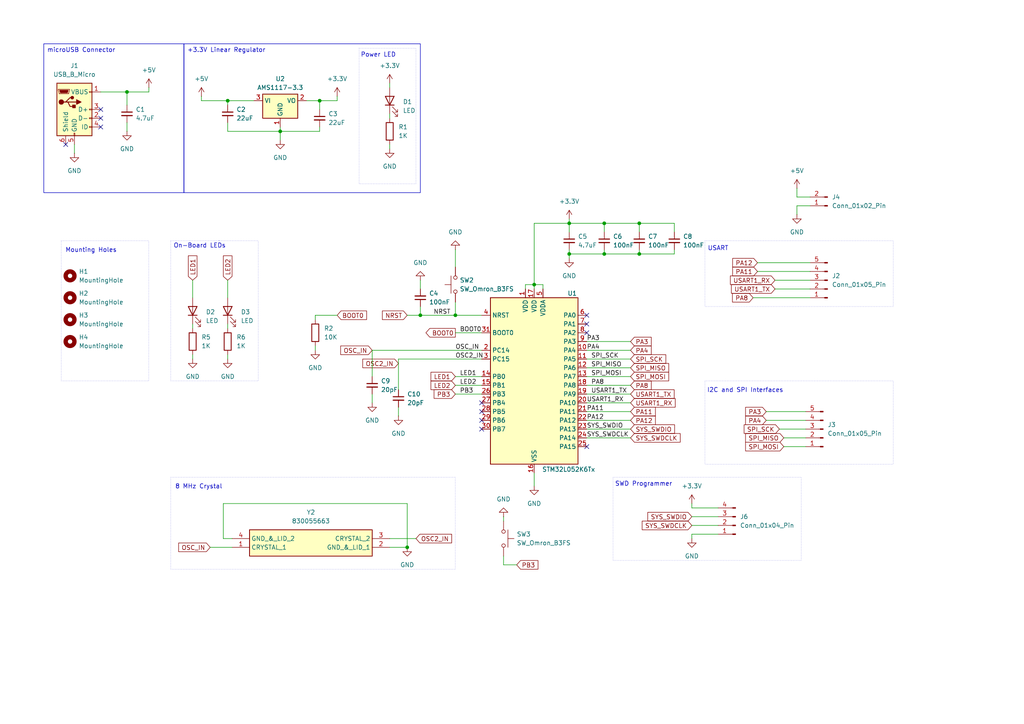
<source format=kicad_sch>
(kicad_sch (version 20231120) (generator "eeschema") (generator_version "8.0")
  (paper "A4")
  (lib_symbols
    (symbol "830055663:830055663"
      (property "Reference" "Y" (at 41.91 7.62 0))
      (property "Value" "830055663" (at 41.91 5.08 0))
      (symbol "830055663_1_1"
        (rectangle (start 5.08 2.54) (end 40.64 -5.08) (stroke (width 0.254)) (fill (type background)))
        (pin passive line (at 0 -2.54 0) (length 5.08) (name "CRYSTAL_1") (number "1"))
        (pin passive line (at 45.72 -2.54 180) (length 5.08) (name "GND_&_LID_1") (number "2"))
        (pin passive line (at 45.72 0 180) (length 5.08) (name "CRYSTAL_2") (number "3"))
        (pin passive line (at 0 0 0) (length 5.08) (name "GND_&_LID_2") (number "4"))
      )
    )
    (symbol "Connector:Conn_01x02_Pin" (pin_names (offset 1.016) hide)
      (property "Reference" "J" (at 0 2.54 0))
      (property "Value" "Conn_01x02_Pin" (at 0 -5.08 0))
      (symbol "Conn_01x02_Pin_1_1"
        (polyline (pts (xy 1.27 -2.54) (xy 0.8636 -2.54)) (stroke (width 0.1524)))
        (polyline (pts (xy 1.27 0) (xy 0.8636 0)) (stroke (width 0.1524)))
        (rectangle (start 0.8636 -2.413) (end 0 -2.667) (stroke (width 0.1524)) (fill (type outline)))
        (rectangle (start 0.8636 0.127) (end 0 -0.127) (stroke (width 0.1524)) (fill (type outline)))
        (pin passive line (at 5.08 0 180) (length 3.81) (name "Pin_1") (number "1"))
        (pin passive line (at 5.08 -2.54 180) (length 3.81) (name "Pin_2") (number "2"))
      )
    )
    (symbol "Connector:Conn_01x04_Pin" (pin_names (offset 1.016) hide)
      (property "Reference" "J" (at 0 5.08 0))
      (property "Value" "Conn_01x04_Pin" (at 0 -7.62 0))
      (symbol "Conn_01x04_Pin_1_1"
        (polyline (pts (xy 1.27 -5.08) (xy 0.8636 -5.08)) (stroke (width 0.1524)))
        (polyline (pts (xy 1.27 -2.54) (xy 0.8636 -2.54)) (stroke (width 0.1524)))
        (polyline (pts (xy 1.27 0) (xy 0.8636 0)) (stroke (width 0.1524)))
        (polyline (pts (xy 1.27 2.54) (xy 0.8636 2.54)) (stroke (width 0.1524)))
        (rectangle (start 0.8636 -4.953) (end 0 -5.207) (stroke (width 0.1524)) (fill (type outline)))
        (rectangle (start 0.8636 -2.413) (end 0 -2.667) (stroke (width 0.1524)) (fill (type outline)))
        (rectangle (start 0.8636 0.127) (end 0 -0.127) (stroke (width 0.1524)) (fill (type outline)))
        (rectangle (start 0.8636 2.667) (end 0 2.413) (stroke (width 0.1524)) (fill (type outline)))
        (pin passive line (at 5.08 2.54 180) (length 3.81) (name "Pin_1") (number "1"))
        (pin passive line (at 5.08 0 180) (length 3.81) (name "Pin_2") (number "2"))
        (pin passive line (at 5.08 -2.54 180) (length 3.81) (name "Pin_3") (number "3"))
        (pin passive line (at 5.08 -5.08 180) (length 3.81) (name "Pin_4") (number "4"))
      )
    )
    (symbol "Connector:Conn_01x05_Pin" (pin_names (offset 1.016) hide)
      (property "Reference" "J" (at 0 7.62 0))
      (property "Value" "Conn_01x05_Pin" (at 0 -7.62 0))
      (symbol "Conn_01x05_Pin_1_1"
        (polyline (pts (xy 1.27 -5.08) (xy 0.8636 -5.08)) (stroke (width 0.1524)))
        (polyline (pts (xy 1.27 -2.54) (xy 0.8636 -2.54)) (stroke (width 0.1524)))
        (polyline (pts (xy 1.27 0) (xy 0.8636 0)) (stroke (width 0.1524)))
        (polyline (pts (xy 1.27 2.54) (xy 0.8636 2.54)) (stroke (width 0.1524)))
        (polyline (pts (xy 1.27 5.08) (xy 0.8636 5.08)) (stroke (width 0.1524)))
        (rectangle (start 0.8636 -4.953) (end 0 -5.207) (stroke (width 0.1524)) (fill (type outline)))
        (rectangle (start 0.8636 -2.413) (end 0 -2.667) (stroke (width 0.1524)) (fill (type outline)))
        (rectangle (start 0.8636 0.127) (end 0 -0.127) (stroke (width 0.1524)) (fill (type outline)))
        (rectangle (start 0.8636 2.667) (end 0 2.413) (stroke (width 0.1524)) (fill (type outline)))
        (rectangle (start 0.8636 5.207) (end 0 4.953) (stroke (width 0.1524)) (fill (type outline)))
        (pin passive line (at 5.08 5.08 180) (length 3.81) (name "Pin_1") (number "1"))
        (pin passive line (at 5.08 2.54 180) (length 3.81) (name "Pin_2") (number "2"))
        (pin passive line (at 5.08 0 180) (length 3.81) (name "Pin_3") (number "3"))
        (pin passive line (at 5.08 -2.54 180) (length 3.81) (name "Pin_4") (number "4"))
        (pin passive line (at 5.08 -5.08 180) (length 3.81) (name "Pin_5") (number "5"))
      )
    )
    (symbol "Connector:USB_B_Micro" (pin_names (offset 1.016))
      (property "Reference" "J" (at -5.08 11.43 0))
      (property "Value" "USB_B_Micro" (at -5.08 8.89 0))
      (symbol "USB_B_Micro_0_1"
        (rectangle (start -5.08 -7.62) (end 5.08 7.62) (stroke (width 0.254)) (fill (type background)))
        (circle (center -3.81 2.159) (radius 0.635) (stroke (width 0.254)) (fill (type outline)))
        (circle (center -0.635 3.429) (radius 0.381) (stroke (width 0.254)) (fill (type outline)))
        (rectangle (start -0.127 -7.62) (end 0.127 -6.858))
        (polyline (pts (xy -1.905 2.159) (xy 0.635 2.159)) (stroke (width 0.254)))
        (polyline (pts (xy -3.175 2.159) (xy -2.54 2.159) (xy -1.27 3.429) (xy -0.635 3.429)) (stroke (width 0.254)))
        (polyline (pts (xy -2.54 2.159) (xy -1.905 2.159) (xy -1.27 0.889) (xy 0 0.889)) (stroke (width 0.254)))
        (polyline (pts (xy 0.635 2.794) (xy 0.635 1.524) (xy 1.905 2.159) (xy 0.635 2.794)) (stroke (width 0.254)) (fill (type outline)))
        (polyline (pts (xy -4.318 5.588) (xy -1.778 5.588) (xy -2.032 4.826) (xy -4.064 4.826) (xy -4.318 5.588)) (fill (type outline)))
        (polyline (pts (xy -4.699 5.842) (xy -4.699 5.588) (xy -4.445 4.826) (xy -4.445 4.572) (xy -1.651 4.572) (xy -1.651 4.826) (xy -1.397 5.588) (xy -1.397 5.842) (xy -4.699 5.842)))
        (rectangle (start 0.254 1.27) (end -0.508 0.508) (stroke (width 0.254)) (fill (type outline)))
        (rectangle (start 5.08 -5.207) (end 4.318 -4.953))
        (rectangle (start 5.08 -2.667) (end 4.318 -2.413))
        (rectangle (start 5.08 -0.127) (end 4.318 0.127))
        (rectangle (start 5.08 4.953) (end 4.318 5.207))
      )
      (symbol "USB_B_Micro_1_1"
        (pin power_out line (at 7.62 5.08 180) (length 2.54) (name "VBUS") (number "1"))
        (pin bidirectional line (at 7.62 -2.54 180) (length 2.54) (name "D-") (number "2"))
        (pin bidirectional line (at 7.62 0 180) (length 2.54) (name "D+") (number "3"))
        (pin passive line (at 7.62 -5.08 180) (length 2.54) (name "ID") (number "4"))
        (pin power_out line (at 0 -10.16 90) (length 2.54) (name "GND") (number "5"))
        (pin passive line (at -2.54 -10.16 90) (length 2.54) (name "Shield") (number "6"))
      )
    )
    (symbol "Device:C_Small" (pin_numbers hide) (pin_names (offset 0.254) hide)
      (property "Reference" "C" (at 0.254 1.778 0))
      (property "Value" "C_Small" (at 0.254 -2.032 0))
      (symbol "C_Small_0_1"
        (polyline (pts (xy -1.524 -0.508) (xy 1.524 -0.508)) (stroke (width 0.3302)))
        (polyline (pts (xy -1.524 0.508) (xy 1.524 0.508)) (stroke (width 0.3048)))
      )
      (symbol "C_Small_1_1"
        (pin passive line (at 0 2.54 270) (length 2.032) (name "~") (number "1"))
        (pin passive line (at 0 -2.54 90) (length 2.032) (name "~") (number "2"))
      )
    )
    (symbol "Device:LED" (pin_numbers hide) (pin_names (offset 1.016) hide)
      (property "Reference" "D" (at 0 2.54 0))
      (property "Value" "LED" (at 0 -2.54 0))
      (symbol "LED_0_1"
        (polyline (pts (xy -1.27 -1.27) (xy -1.27 1.27)) (stroke (width 0.254)))
        (polyline (pts (xy -1.27 0) (xy 1.27 0)))
        (polyline (pts (xy 1.27 -1.27) (xy 1.27 1.27) (xy -1.27 0) (xy 1.27 -1.27)) (stroke (width 0.254)))
        (polyline (pts (xy -3.048 -0.762) (xy -4.572 -2.286) (xy -3.81 -2.286) (xy -4.572 -2.286) (xy -4.572 -1.524)))
        (polyline (pts (xy -1.778 -0.762) (xy -3.302 -2.286) (xy -2.54 -2.286) (xy -3.302 -2.286) (xy -3.302 -1.524)))
      )
      (symbol "LED_1_1"
        (pin passive line (at -3.81 0 0) (length 2.54) (name "K") (number "1"))
        (pin passive line (at 3.81 0 180) (length 2.54) (name "A") (number "2"))
      )
    )
    (symbol "Device:R" (pin_numbers hide) (pin_names (offset 0))
      (property "Reference" "R" (at 2.032 0 90))
      (property "Value" "R" (at 0 0 90))
      (symbol "R_0_1"
        (rectangle (start -1.016 -2.54) (end 1.016 2.54) (stroke (width 0.254)))
      )
      (symbol "R_1_1"
        (pin passive line (at 0 3.81 270) (length 1.27) (name "~") (number "1"))
        (pin passive line (at 0 -3.81 90) (length 1.27) (name "~") (number "2"))
      )
    )
    (symbol "MCU_ST_STM32L0:STM32L052K6Tx"
      (property "Reference" "U" (at -12.7 26.67 0))
      (property "Value" "STM32L052K6Tx" (at 5.08 26.67 0))
      (symbol "STM32L052K6Tx_0_1"
        (rectangle (start -12.7 -22.86) (end 12.7 25.4) (stroke (width 0.254)) (fill (type background)))
      )
      (symbol "STM32L052K6Tx_1_1"
        (pin power_in line (at -2.54 27.94 270) (length 2.54) (name "VDD") (number "1"))
        (pin bidirectional line (at 15.24 10.16 180) (length 2.54) (name "PA4") (number "10"))
        (pin bidirectional line (at 15.24 7.62 180) (length 2.54) (name "PA5") (number "11"))
        (pin bidirectional line (at 15.24 5.08 180) (length 2.54) (name "PA6") (number "12"))
        (pin bidirectional line (at 15.24 2.54 180) (length 2.54) (name "PA7") (number "13"))
        (pin bidirectional line (at -15.24 2.54 0) (length 2.54) (name "PB0") (number "14"))
        (pin bidirectional line (at -15.24 0 0) (length 2.54) (name "PB1") (number "15"))
        (pin power_in line (at 0 -25.4 90) (length 2.54) (name "VSS") (number "16"))
        (pin power_in line (at 0 27.94 270) (length 2.54) (name "VDD") (number "17"))
        (pin bidirectional line (at 15.24 0 180) (length 2.54) (name "PA8") (number "18"))
        (pin bidirectional line (at 15.24 -2.54 180) (length 2.54) (name "PA9") (number "19"))
        (pin bidirectional line (at -15.24 10.16 0) (length 2.54) (name "PC14") (number "2"))
        (pin bidirectional line (at 15.24 -5.08 180) (length 2.54) (name "PA10") (number "20"))
        (pin bidirectional line (at 15.24 -7.62 180) (length 2.54) (name "PA11") (number "21"))
        (pin bidirectional line (at 15.24 -10.16 180) (length 2.54) (name "PA12") (number "22"))
        (pin bidirectional line (at 15.24 -12.7 180) (length 2.54) (name "PA13") (number "23"))
        (pin bidirectional line (at 15.24 -15.24 180) (length 2.54) (name "PA14") (number "24"))
        (pin bidirectional line (at 15.24 -17.78 180) (length 2.54) (name "PA15") (number "25"))
        (pin bidirectional line (at -15.24 -2.54 0) (length 2.54) (name "PB3") (number "26"))
        (pin bidirectional line (at -15.24 -5.08 0) (length 2.54) (name "PB4") (number "27"))
        (pin bidirectional line (at -15.24 -7.62 0) (length 2.54) (name "PB5") (number "28"))
        (pin bidirectional line (at -15.24 -10.16 0) (length 2.54) (name "PB6") (number "29"))
        (pin bidirectional line (at -15.24 7.62 0) (length 2.54) (name "PC15") (number "3"))
        (pin bidirectional line (at -15.24 -12.7 0) (length 2.54) (name "PB7") (number "30"))
        (pin input line (at -15.24 15.24 0) (length 2.54) (name "BOOT0") (number "31"))
        (pin passive line (at 0 -25.4 90) (length 2.54) hide (name "VSS") (number "32"))
        (pin input line (at -15.24 20.32 0) (length 2.54) (name "NRST") (number "4"))
        (pin power_in line (at 2.54 27.94 270) (length 2.54) (name "VDDA") (number "5"))
        (pin bidirectional line (at 15.24 20.32 180) (length 2.54) (name "PA0") (number "6"))
        (pin bidirectional line (at 15.24 17.78 180) (length 2.54) (name "PA1") (number "7"))
        (pin bidirectional line (at 15.24 15.24 180) (length 2.54) (name "PA2") (number "8"))
        (pin bidirectional line (at 15.24 12.7 180) (length 2.54) (name "PA3") (number "9"))
      )
    )
    (symbol "Mechanical:MountingHole" (pin_names (offset 1.016)) (exclude_from_sim yes) (in_bom no)
      (property "Reference" "H" (at 0 5.08 0))
      (property "Value" "MountingHole" (at 0 3.175 0))
      (symbol "MountingHole_0_1"
        (circle (center 0 0) (radius 1.27) (stroke (width 1.27)))
      )
    )
    (symbol "Regulator_Linear:AMS1117-3.3"
      (property "Reference" "U" (at -3.81 3.175 0))
      (property "Value" "AMS1117-3.3" (at 0 3.175 0))
      (symbol "AMS1117-3.3_0_1"
        (rectangle (start -5.08 -5.08) (end 5.08 1.905) (stroke (width 0.254)) (fill (type background)))
      )
      (symbol "AMS1117-3.3_1_1"
        (pin power_in line (at 0 -7.62 90) (length 2.54) (name "GND") (number "1"))
        (pin power_out line (at 7.62 0 180) (length 2.54) (name "VO") (number "2"))
        (pin power_in line (at -7.62 0 0) (length 2.54) (name "VI") (number "3"))
      )
    )
    (symbol "Switch:SW_Omron_B3FS" (pin_numbers hide) (pin_names (offset 1.016) hide)
      (property "Reference" "SW" (at 1.27 2.54 0))
      (property "Value" "SW_Omron_B3FS" (at 0 -1.524 0))
      (symbol "SW_Omron_B3FS_0_1"
        (circle (center -2.032 0) (radius 0.508))
        (polyline (pts (xy 0 1.27) (xy 0 3.048)))
        (polyline (pts (xy 2.54 1.27) (xy -2.54 1.27)))
        (circle (center 2.032 0) (radius 0.508))
        (pin passive line (at -5.08 0 0) (length 2.54) (name "1") (number "1"))
        (pin passive line (at 5.08 0 180) (length 2.54) (name "2") (number "2"))
      )
    )
    (symbol "power:+3.3V" (power) (pin_numbers hide) (pin_names (offset 0) hide)
      (property "Value" "+3.3V" (at 0 3.556 0))
      (symbol "+3.3V_0_1"
        (polyline (pts (xy -0.762 1.27) (xy 0 2.54)))
        (polyline (pts (xy 0 0) (xy 0 2.54)))
        (polyline (pts (xy 0 2.54) (xy 0.762 1.27)))
      )
      (symbol "+3.3V_1_1"
        (pin power_in line (at 0 0 90) (length 0) (name "~") (number "1"))
      )
    )
    (symbol "power:+5V" (power) (pin_numbers hide) (pin_names (offset 0) hide)
      (property "Value" "+5V" (at 0 3.556 0))
      (symbol "+5V_0_1"
        (polyline (pts (xy -0.762 1.27) (xy 0 2.54)))
        (polyline (pts (xy 0 0) (xy 0 2.54)))
        (polyline (pts (xy 0 2.54) (xy 0.762 1.27)))
      )
      (symbol "+5V_1_1"
        (pin power_in line (at 0 0 90) (length 0) (name "~") (number "1"))
      )
    )
    (symbol "power:GND" (power) (pin_numbers hide) (pin_names (offset 0) hide)
      (property "Value" "GND" (at 0 -3.81 0))
      (symbol "GND_0_1"
        (polyline (pts (xy 0 0) (xy 0 -1.27) (xy 1.27 -1.27) (xy 0 -2.54) (xy -1.27 -1.27) (xy 0 -1.27)))
      )
      (symbol "GND_1_1"
        (pin power_in line (at 0 0 270) (length 0) (name "~") (number "1"))
      )
    )
  )
  (junction (at 118.11 158.75))
  (junction (at 132.08 91.44))
  (junction (at 165.1 73.66))
  (junction (at 36.83 26.67))
  (junction (at 185.42 73.66))
  (junction (at 154.94 82.55))
  (junction (at 175.26 64.77))
  (junction (at 165.1 64.77))
  (junction (at 121.92 91.44))
  (junction (at 81.28 38.1))
  (junction (at 175.26 73.66))
  (junction (at 92.71 29.21))
  (junction (at 66.04 29.21))
  (junction (at 185.42 64.77))
  (no_connect (at 29.21 36.83))
  (no_connect (at 139.7 116.84))
  (no_connect (at 139.7 121.92))
  (no_connect (at 139.7 119.38))
  (no_connect (at 29.21 34.29))
  (no_connect (at 19.05 41.91))
  (no_connect (at 29.21 31.75))
  (no_connect (at 139.7 124.46))
  (no_connect (at 170.18 91.44))
  (no_connect (at 170.18 96.52))
  (no_connect (at 170.18 93.98))
  (no_connect (at 170.18 129.54))
  (wire (pts (xy 165.1 63.5) (xy 165.1 64.77)))
  (wire (pts (xy 219.71 78.74) (xy 234.95 78.74)))
  (wire (pts (xy 226.06 124.46) (xy 233.68 124.46)))
  (wire (pts (xy 121.92 91.44) (xy 132.08 91.44)))
  (wire (pts (xy 170.18 121.92) (xy 182.88 121.92)))
  (wire (pts (xy 113.03 156.21) (xy 120.65 156.21)))
  (wire (pts (xy 121.92 81.28) (xy 121.92 83.82)))
  (wire (pts (xy 165.1 64.77) (xy 165.1 67.31)))
  (wire (pts (xy 195.58 64.77) (xy 195.58 67.31)))
  (wire (pts (xy 185.42 64.77) (xy 185.42 67.31)))
  (wire (pts (xy 154.94 137.16) (xy 154.94 140.97)))
  (wire (pts (xy 170.18 114.3) (xy 182.88 114.3)))
  (wire (pts (xy 36.83 26.67) (xy 43.18 26.67)))
  (wire (pts (xy 36.83 35.56) (xy 36.83 38.1)))
  (wire (pts (xy 118.11 91.44) (xy 121.92 91.44)))
  (wire (pts (xy 200.66 154.94) (xy 200.66 156.21)))
  (wire (pts (xy 165.1 73.66) (xy 165.1 74.93)))
  (wire (pts (xy 66.04 30.48) (xy 66.04 29.21)))
  (wire (pts (xy 107.95 101.6) (xy 107.95 109.22)))
  (wire (pts (xy 121.92 88.9) (xy 121.92 91.44)))
  (wire (pts (xy 58.42 29.21) (xy 58.42 27.94)))
  (wire (pts (xy 222.25 121.92) (xy 233.68 121.92)))
  (wire (pts (xy 200.66 149.86) (xy 208.28 149.86)))
  (wire (pts (xy 152.4 82.55) (xy 154.94 82.55)))
  (wire (pts (xy 66.04 93.98) (xy 66.04 95.25)))
  (wire (pts (xy 154.94 82.55) (xy 154.94 83.82)))
  (wire (pts (xy 55.88 81.28) (xy 55.88 86.36)))
  (wire (pts (xy 132.08 72.39) (xy 132.08 77.47)))
  (wire (pts (xy 170.18 124.46) (xy 182.88 124.46)))
  (wire (pts (xy 91.44 100.33) (xy 91.44 101.6)))
  (wire (pts (xy 149.86 163.83) (xy 146.05 163.83)))
  (wire (pts (xy 185.42 73.66) (xy 195.58 73.66)))
  (wire (pts (xy 115.57 118.11) (xy 115.57 120.65)))
  (wire (pts (xy 170.18 111.76) (xy 182.88 111.76)))
  (wire (pts (xy 91.44 91.44) (xy 97.79 91.44)))
  (wire (pts (xy 234.95 83.82) (xy 224.79 83.82)))
  (wire (pts (xy 29.21 26.67) (xy 36.83 26.67)))
  (wire (pts (xy 118.11 158.75) (xy 113.03 158.75)))
  (wire (pts (xy 146.05 151.13) (xy 146.05 149.86)))
  (wire (pts (xy 234.95 81.28) (xy 224.79 81.28)))
  (wire (pts (xy 154.94 64.77) (xy 165.1 64.77)))
  (wire (pts (xy 200.66 146.05) (xy 200.66 147.32)))
  (wire (pts (xy 165.1 73.66) (xy 165.1 72.39)))
  (wire (pts (xy 66.04 38.1) (xy 81.28 38.1)))
  (wire (pts (xy 152.4 83.82) (xy 152.4 82.55)))
  (wire (pts (xy 113.03 33.02) (xy 113.03 34.29)))
  (wire (pts (xy 43.18 25.4) (xy 43.18 26.67)))
  (wire (pts (xy 81.28 38.1) (xy 81.28 40.64)))
  (wire (pts (xy 231.14 59.69) (xy 234.95 59.69)))
  (wire (pts (xy 115.57 104.14) (xy 139.7 104.14)))
  (wire (pts (xy 66.04 35.56) (xy 66.04 38.1)))
  (wire (pts (xy 165.1 73.66) (xy 175.26 73.66)))
  (wire (pts (xy 36.83 26.67) (xy 36.83 30.48)))
  (wire (pts (xy 218.44 86.36) (xy 234.95 86.36)))
  (wire (pts (xy 55.88 102.87) (xy 55.88 104.14)))
  (wire (pts (xy 154.94 64.77) (xy 154.94 82.55)))
  (wire (pts (xy 92.71 29.21) (xy 97.79 29.21)))
  (wire (pts (xy 146.05 163.83) (xy 146.05 161.29)))
  (wire (pts (xy 157.48 83.82) (xy 157.48 82.55)))
  (wire (pts (xy 66.04 29.21) (xy 73.66 29.21)))
  (wire (pts (xy 88.9 29.21) (xy 92.71 29.21)))
  (wire (pts (xy 175.26 64.77) (xy 175.26 67.31)))
  (wire (pts (xy 92.71 38.1) (xy 92.71 36.83)))
  (wire (pts (xy 64.77 156.21) (xy 64.77 146.05)))
  (wire (pts (xy 92.71 31.75) (xy 92.71 29.21)))
  (wire (pts (xy 60.96 158.75) (xy 67.31 158.75)))
  (wire (pts (xy 81.28 38.1) (xy 92.71 38.1)))
  (wire (pts (xy 21.59 41.91) (xy 21.59 44.45)))
  (wire (pts (xy 227.33 127) (xy 233.68 127)))
  (wire (pts (xy 66.04 81.28) (xy 66.04 86.36)))
  (wire (pts (xy 175.26 73.66) (xy 175.26 72.39)))
  (wire (pts (xy 132.08 91.44) (xy 139.7 91.44)))
  (wire (pts (xy 154.94 82.55) (xy 157.48 82.55)))
  (wire (pts (xy 113.03 41.91) (xy 113.03 43.18)))
  (wire (pts (xy 170.18 116.84) (xy 182.88 116.84)))
  (wire (pts (xy 113.03 24.13) (xy 113.03 25.4)))
  (wire (pts (xy 170.18 101.6) (xy 182.88 101.6)))
  (wire (pts (xy 165.1 64.77) (xy 175.26 64.77)))
  (wire (pts (xy 170.18 127) (xy 182.88 127)))
  (wire (pts (xy 170.18 109.22) (xy 182.88 109.22)))
  (wire (pts (xy 97.79 29.21) (xy 97.79 27.94)))
  (wire (pts (xy 200.66 152.4) (xy 208.28 152.4)))
  (wire (pts (xy 227.33 129.54) (xy 233.68 129.54)))
  (wire (pts (xy 185.42 64.77) (xy 195.58 64.77)))
  (wire (pts (xy 58.42 29.21) (xy 66.04 29.21)))
  (wire (pts (xy 231.14 54.61) (xy 231.14 57.15)))
  (wire (pts (xy 170.18 99.06) (xy 182.88 99.06)))
  (wire (pts (xy 66.04 102.87) (xy 66.04 104.14)))
  (wire (pts (xy 195.58 73.66) (xy 195.58 72.39)))
  (wire (pts (xy 139.7 101.6) (xy 107.95 101.6)))
  (wire (pts (xy 170.18 106.68) (xy 182.88 106.68)))
  (wire (pts (xy 175.26 73.66) (xy 185.42 73.66)))
  (wire (pts (xy 231.14 62.23) (xy 231.14 59.69)))
  (wire (pts (xy 55.88 93.98) (xy 55.88 95.25)))
  (wire (pts (xy 115.57 104.14) (xy 115.57 113.03)))
  (wire (pts (xy 200.66 147.32) (xy 208.28 147.32)))
  (wire (pts (xy 219.71 76.2) (xy 234.95 76.2)))
  (wire (pts (xy 170.18 119.38) (xy 182.88 119.38)))
  (wire (pts (xy 132.08 114.3) (xy 139.7 114.3)))
  (wire (pts (xy 64.77 146.05) (xy 118.11 146.05)))
  (wire (pts (xy 132.08 109.22) (xy 139.7 109.22)))
  (wire (pts (xy 185.42 73.66) (xy 185.42 72.39)))
  (wire (pts (xy 175.26 64.77) (xy 185.42 64.77)))
  (wire (pts (xy 107.95 114.3) (xy 107.95 116.84)))
  (wire (pts (xy 222.25 119.38) (xy 233.68 119.38)))
  (wire (pts (xy 132.08 87.63) (xy 132.08 91.44)))
  (wire (pts (xy 170.18 104.14) (xy 182.88 104.14)))
  (wire (pts (xy 132.08 111.76) (xy 139.7 111.76)))
  (wire (pts (xy 81.28 36.83) (xy 81.28 38.1)))
  (wire (pts (xy 132.08 96.52) (xy 139.7 96.52)))
  (wire (pts (xy 118.11 146.05) (xy 118.11 158.75)))
  (wire (pts (xy 91.44 91.44) (xy 91.44 92.71)))
  (wire (pts (xy 67.31 156.21) (xy 64.77 156.21)))
  (wire (pts (xy 231.14 57.15) (xy 234.95 57.15)))
  (wire (pts (xy 200.66 154.94) (xy 208.28 154.94)))
  (rectangle (start 49.53 138.43) (end 132.08 165.1) (stroke (width 0.0508) (type dot)))
  (rectangle (start 177.8 138.43) (end 232.41 162.56) (stroke (width 0.0508) (type dot)))
  (rectangle (start 204.47 110.49) (end 259.08 134.62) (stroke (width 0.0508) (type dot)))
  (rectangle (start 204.47 69.85) (end 259.08 88.9) (stroke (width 0.0508) (type dot)))
  (rectangle (start 17.78 69.85) (end 43.18 110.49) (stroke (width 0.0508) (type dot)))
  (rectangle (start 104.14 13.97) (end 120.65 53.34) (stroke (width 0.0508) (type dot)))
  (rectangle (start 63.5 69.85) (end 63.5 69.85))
  (rectangle (start 49.53 69.85) (end 74.93 110.49) (stroke (width 0.0508) (type dot)))
  (text_box "+3.3V Linear Regulator" (at 53.34 12.7 0) (size 68.58 43.18) (effects (font (size 1.27 1.27)) (justify left top)))
  (text_box "microUSB Connector" (at 12.7 12.7 0) (size 40.64 43.18) (effects (font (size 1.27 1.27)) (justify left top)))
  (text "USART" (at 208.28 72.136 0) (effects (font (size 1.27 1.27))))
  (text "On-Board LEDs\n" (at 57.912 71.374 0) (effects (font (size 1.27 1.27))))
  (text "I2C and SPI Interfaces" (at 216.154 113.284 0) (effects (font (size 1.27 1.27))))
  (text "Power LED\n" (at 109.728 16.002 0) (effects (font (size 1.27 1.27))))
  (text "Mounting Holes" (at 26.416 72.644 0) (effects (font (size 1.27 1.27))))
  (text "SWD Programmer" (at 186.69 140.462 0) (effects (font (size 1.27 1.27))))
  (text "8 MHz Crystal\n" (at 57.658 141.224 0) (effects (font (size 1.27 1.27))))
  (label "USART1_RX" (at 170.18 116.84 0))
  (label "PA8" (at 171.45 111.76 0))
  (label "SYS_SWDIO" (at 170.18 124.46 0))
  (label "PB3" (at 133.35 114.3 0))
  (label "SPI_MOSI" (at 171.45 109.22 0))
  (label "OSC2_IN" (at 132.08 104.14 0))
  (label "PA3" (at 170.18 99.06 0))
  (label "PA4" (at 170.18 101.6 0))
  (label "SPI_MISO" (at 171.45 106.68 0))
  (label "PA12" (at 170.18 121.92 0))
  (label "USART1_TX" (at 171.45 114.3 0))
  (label "OSC_IN" (at 132.08 101.6 0))
  (label "SPI_SCK" (at 171.45 104.14 0))
  (label "NRST" (at 125.73 91.44 0))
  (label "LED1" (at 133.35 109.22 0))
  (label "PA11" (at 170.18 119.38 0))
  (label "SYS_SWDCLK" (at 170.18 127 0))
  (label "LED2" (at 133.35 111.76 0))
  (label "BOOT0" (at 133.35 96.52 0))
  (global_label "OSC2_IN" (shape input) (at 120.65 156.21 0) (property "Intersheetrefs" "${INTERSHEET_REFS}" (effects (hide yes))))
  (global_label "PA12" (shape input) (at 182.88 121.92 0) (property "Intersheetrefs" "${INTERSHEET_REFS}" (effects (hide yes))))
  (global_label "PA11" (shape input) (at 182.88 119.38 0) (property "Intersheetrefs" "${INTERSHEET_REFS}" (effects (hide yes))))
  (global_label "SYS_SWDCLK" (shape input) (at 182.88 127 0) (property "Intersheetrefs" "${INTERSHEET_REFS}" (effects (hide yes))))
  (global_label "OSC_IN" (shape input) (at 60.96 158.75 180) (property "Intersheetrefs" "${INTERSHEET_REFS}" (effects (hide yes))))
  (global_label "SPI_MOSI" (shape input) (at 182.88 109.22 0) (property "Intersheetrefs" "${INTERSHEET_REFS}" (effects (hide yes))))
  (global_label "USART1_RX" (shape input) (at 182.88 116.84 0) (property "Intersheetrefs" "${INTERSHEET_REFS}" (effects (hide yes))))
  (global_label "PA8" (shape input) (at 182.88 111.76 0) (property "Intersheetrefs" "${INTERSHEET_REFS}" (effects (hide yes))))
  (global_label "PA3" (shape input) (at 182.88 99.06 0) (property "Intersheetrefs" "${INTERSHEET_REFS}" (effects (hide yes))))
  (global_label "SPI_MISO" (shape input) (at 227.33 127 180) (property "Intersheetrefs" "${INTERSHEET_REFS}" (effects (hide yes))))
  (global_label "PB3" (shape input) (at 149.86 163.83 0) (property "Intersheetrefs" "${INTERSHEET_REFS}" (effects (hide yes))))
  (global_label "PA12" (shape input) (at 219.71 76.2 180) (property "Intersheetrefs" "${INTERSHEET_REFS}" (effects (hide yes))))
  (global_label "SPI_MOSI" (shape input) (at 227.33 129.54 180) (property "Intersheetrefs" "${INTERSHEET_REFS}" (effects (hide yes))))
  (global_label "PA8" (shape input) (at 218.44 86.36 180) (property "Intersheetrefs" "${INTERSHEET_REFS}" (effects (hide yes))))
  (global_label "SYS_SWDIO" (shape input) (at 182.88 124.46 0) (property "Intersheetrefs" "${INTERSHEET_REFS}" (effects (hide yes))))
  (global_label "PA4" (shape input) (at 222.25 121.92 180) (property "Intersheetrefs" "${INTERSHEET_REFS}" (effects (hide yes))))
  (global_label "SPI_SCK" (shape input) (at 182.88 104.14 0) (property "Intersheetrefs" "${INTERSHEET_REFS}" (effects (hide yes))))
  (global_label "LED2" (shape input) (at 66.04 81.28 90) (property "Intersheetrefs" "${INTERSHEET_REFS}" (effects (hide yes))))
  (global_label "OSC2_IN" (shape input) (at 115.57 105.41 180) (property "Intersheetrefs" "${INTERSHEET_REFS}" (effects (hide yes))))
  (global_label "SPI_MISO" (shape input) (at 182.88 106.68 0) (property "Intersheetrefs" "${INTERSHEET_REFS}" (effects (hide yes))))
  (global_label "LED1" (shape input) (at 132.08 109.22 180) (property "Intersheetrefs" "${INTERSHEET_REFS}" (effects (hide yes))))
  (global_label "BOOT0" (shape input) (at 97.79 91.44 0) (property "Intersheetrefs" "${INTERSHEET_REFS}" (effects (hide yes))))
  (global_label "SYS_SWDIO" (shape input) (at 200.66 149.86 180) (property "Intersheetrefs" "${INTERSHEET_REFS}" (effects (hide yes))))
  (global_label "BOOT0" (shape output) (at 132.08 96.52 180) (property "Intersheetrefs" "${INTERSHEET_REFS}" (effects (hide yes))))
  (global_label "PB3" (shape input) (at 132.08 114.3 180) (property "Intersheetrefs" "${INTERSHEET_REFS}" (effects (hide yes))))
  (global_label "USART1_TX" (shape input) (at 224.79 83.82 180) (property "Intersheetrefs" "${INTERSHEET_REFS}" (effects (hide yes))))
  (global_label "LED2" (shape input) (at 132.08 111.76 180) (property "Intersheetrefs" "${INTERSHEET_REFS}" (effects (hide yes))))
  (global_label "PA3" (shape input) (at 222.25 119.38 180) (property "Intersheetrefs" "${INTERSHEET_REFS}" (effects (hide yes))))
  (global_label "SYS_SWDCLK" (shape input) (at 200.66 152.4 180) (property "Intersheetrefs" "${INTERSHEET_REFS}" (effects (hide yes))))
  (global_label "PA11" (shape input) (at 219.71 78.74 180) (property "Intersheetrefs" "${INTERSHEET_REFS}" (effects (hide yes))))
  (global_label "OSC_IN" (shape input) (at 107.95 101.6 180) (property "Intersheetrefs" "${INTERSHEET_REFS}" (effects (hide yes))))
  (global_label "PA4" (shape input) (at 182.88 101.6 0) (property "Intersheetrefs" "${INTERSHEET_REFS}" (effects (hide yes))))
  (global_label "NRST" (shape input) (at 118.11 91.44 180) (property "Intersheetrefs" "${INTERSHEET_REFS}" (effects (hide yes))))
  (global_label "USART1_TX" (shape input) (at 182.88 114.3 0) (property "Intersheetrefs" "${INTERSHEET_REFS}" (effects (hide yes))))
  (global_label "USART1_RX" (shape input) (at 224.79 81.28 180) (property "Intersheetrefs" "${INTERSHEET_REFS}" (effects (hide yes))))
  (global_label "SPI_SCK" (shape input) (at 226.06 124.46 180) (property "Intersheetrefs" "${INTERSHEET_REFS}" (effects (hide yes))))
  (global_label "LED1" (shape input) (at 55.88 81.28 90) (property "Intersheetrefs" "${INTERSHEET_REFS}" (effects (hide yes))))
  (symbol (lib_id "Connector:Conn_01x02_Pin") (at 240.03 59.69 180) (unit 1)
    (property "Reference" "J4" (at 241.3 57.1499 0) (effects (justify right)))
    (property "Value" "Conn_01x02_Pin" (at 241.3 59.6899 0) (effects (justify right)))
    (property "Footprint" "Connector_PinHeader_2.54mm:PinHeader_1x02_P2.54mm_Vertical" (effects (hide yes)))
    (property "Description" "Generic connector, single row, 01x02, script generated" (effects (hide yes)))
  )
  (symbol (lib_id "Connector:Conn_01x05_Pin") (at 238.76 124.46 180) (unit 1)
    (property "Reference" "J3" (at 240.03 123.1899 0) (effects (justify right)))
    (property "Value" "Conn_01x05_Pin" (at 240.03 125.7299 0) (effects (justify right)))
    (property "Footprint" "Connector_PinHeader_2.54mm:PinHeader_1x05_P2.54mm_Vertical" (effects (hide yes)))
    (property "Description" "Generic connector, single row, 01x05, script generated" (effects (hide yes)))
  )
  (symbol (lib_id "Switch:SW_Omron_B3FS") (at 132.08 82.55 90) (unit 1)
    (property "Reference" "SW2" (at 133.35 81.2799 90) (effects (justify right)))
    (property "Value" "SW_Omron_B3FS" (at 133.35 83.8199 90) (effects (justify right)))
    (property "Footprint" "Button_Switch_SMD:SW_SPST_Omron_B3FS-100xP" (effects (hide yes)))
    (property "Datasheet" "https://omronfs.omron.com/en_US/ecb/products/pdf/en-b3fs.pdf" (effects (hide yes)))
    (property "Description" "Omron B3FS 6x6mm single pole normally-open tactile switch" (effects (hide yes)))
  )
  (symbol (lib_id "power:+3.3V") (at 113.03 24.13 0) (unit 1)
    (property "Reference" "#PWR7" (effects (hide yes)))
    (property "Value" "+3.3V" (at 113.03 19.05 0))
    (property "Description" "Power symbol creates a global label with name \"+3.3V\"" (effects (hide yes)))
  )
  (symbol (lib_id "Device:C_Small") (at 92.71 34.29 0) (unit 1)
    (property "Reference" "C3" (at 95.25 33.0262 0) (effects (justify left)))
    (property "Value" "22uF" (at 95.25 35.5662 0) (effects (justify left)))
    (property "Footprint" "Capacitor_SMD:C_0805_2012Metric" (effects (hide yes)))
    (property "Description" "Unpolarized capacitor, small symbol" (effects (hide yes)))
  )
  (symbol (lib_id "power:GND") (at 121.92 81.28 180) (unit 1)
    (property "Reference" "#PWR9" (effects (hide yes)))
    (property "Value" "GND" (at 121.92 76.2 0))
    (property "Description" "Power symbol creates a global label with name \"GND\" , ground" (effects (hide yes)))
  )
  (symbol (lib_id "Device:LED") (at 55.88 90.17 90) (unit 1)
    (property "Reference" "D2" (at 59.69 90.4874 90) (effects (justify right)))
    (property "Value" "LED" (at 59.69 93.0274 90) (effects (justify right)))
    (property "Footprint" "LED_SMD:LED_0603_1608Metric" (effects (hide yes)))
    (property "Description" "Light emitting diode" (effects (hide yes)))
  )
  (symbol (lib_id "power:GND") (at 113.03 43.18 0) (unit 1)
    (property "Reference" "#PWR8" (effects (hide yes)))
    (property "Value" "GND" (at 113.03 48.26 0))
    (property "Description" "Power symbol creates a global label with name \"GND\" , ground" (effects (hide yes)))
  )
  (symbol (lib_id "830055663:830055663") (at 67.31 156.21 0) (unit 1)
    (property "Reference" "Y2" (at 90.17 148.59 0))
    (property "Value" "830055663" (at 90.17 151.13 0))
    (property "Footprint" "Crystal:Crystal_SMD_EuroQuartz_MJ-4Pin_5.0x3.2mm" (effects (hide yes)))
    (property "Datasheet" "https://www.we-online.com/catalog/datasheet/830055663.pdf" (effects (hide yes)))
    (property "Description" "Crystals WE-XTAL 8.0MHz 30ppm 5.0 x 3.2mm" (effects (hide yes)))
    (property "Height" "1" (effects (hide yes)))
    (property "Manufacturer_Name" "Wurth Elektronik" (effects (hide yes)))
    (property "Manufacturer_Part_Number" "830055663" (effects (hide yes)))
    (property "Mouser Part Number" "710-830055663" (effects (hide yes)))
    (property "Mouser Price/Stock" "https://www.mouser.co.uk/ProductDetail/Wurth-Elektronik/830055663?qs=2WXlatMagcHXGqDkS%2FTHKQ%3D%3D" (effects (hide yes)))
  )
  (symbol (lib_id "Connector:USB_B_Micro") (at 21.59 31.75 0) (unit 1)
    (property "Reference" "J1" (at 21.59 19.05 0))
    (property "Value" "USB_B_Micro" (at 21.59 21.59 0))
    (property "Footprint" "Connector_USB:USB_Micro-AB_Molex_47590-0001" (effects (hide yes)))
    (property "Description" "USB Micro Type B connector" (effects (hide yes)))
  )
  (symbol (lib_id "power:GND") (at 81.28 40.64 0) (unit 1)
    (property "Reference" "#PWR5" (effects (hide yes)))
    (property "Value" "GND" (at 81.28 45.72 0))
    (property "Description" "Power symbol creates a global label with name \"GND\" , ground" (effects (hide yes)))
  )
  (symbol (lib_id "Connector:Conn_01x05_Pin") (at 240.03 81.28 180) (unit 1)
    (property "Reference" "J2" (at 241.3 80.0099 0) (effects (justify right)))
    (property "Value" "Conn_01x05_Pin" (at 241.3 82.5499 0) (effects (justify right)))
    (property "Footprint" "Connector_PinHeader_2.54mm:PinHeader_1x05_P2.54mm_Vertical" (effects (hide yes)))
    (property "Description" "Generic connector, single row, 01x05, script generated" (effects (hide yes)))
  )
  (symbol (lib_id "Device:C_Small") (at 185.42 69.85 0) (unit 1)
    (property "Reference" "C7" (at 187.96 68.5862 0) (effects (justify left)))
    (property "Value" "100nF" (at 187.96 71.1262 0) (effects (justify left)))
    (property "Footprint" "Capacitor_SMD:C_0402_1005Metric" (effects (hide yes)))
    (property "Description" "Unpolarized capacitor, small symbol" (effects (hide yes)))
  )
  (symbol (lib_id "Device:C_Small") (at 66.04 33.02 0) (unit 1)
    (property "Reference" "C2" (at 68.58 31.7562 0) (effects (justify left)))
    (property "Value" "22uF" (at 68.58 34.2962 0) (effects (justify left)))
    (property "Footprint" "Capacitor_SMD:C_0805_2012Metric" (effects (hide yes)))
    (property "Description" "Unpolarized capacitor, small symbol" (effects (hide yes)))
  )
  (symbol (lib_id "Device:C_Small") (at 165.1 69.85 0) (unit 1)
    (property "Reference" "C5" (at 167.64 68.5862 0) (effects (justify left)))
    (property "Value" "4.7uF" (at 167.64 71.1262 0) (effects (justify left)))
    (property "Footprint" "Capacitor_SMD:C_0603_1608Metric" (effects (hide yes)))
    (property "Description" "Unpolarized capacitor, small symbol" (effects (hide yes)))
  )
  (symbol (lib_id "Connector:Conn_01x04_Pin") (at 213.36 152.4 180) (unit 1)
    (property "Reference" "J6" (at 214.63 149.8599 0) (effects (justify right)))
    (property "Value" "Conn_01x04_Pin" (at 214.63 152.3999 0) (effects (justify right)))
    (property "Footprint" "Connector_PinHeader_2.54mm:PinHeader_1x04_P2.54mm_Vertical" (effects (hide yes)))
    (property "Description" "Generic connector, single row, 01x04, script generated" (effects (hide yes)))
  )
  (symbol (lib_id "Device:R") (at 113.03 38.1 0) (unit 1)
    (property "Reference" "R1" (at 115.57 36.8299 0) (effects (justify left)))
    (property "Value" "1K" (at 115.57 39.3699 0) (effects (justify left)))
    (property "Footprint" "Resistor_SMD:R_0402_1005Metric" (effects (hide yes)))
    (property "Description" "Resistor" (effects (hide yes)))
  )
  (symbol (lib_id "power:GND") (at 115.57 120.65 0) (unit 1)
    (property "Reference" "#PWR17" (effects (hide yes)))
    (property "Value" "GND" (at 115.57 125.73 0))
    (property "Description" "Power symbol creates a global label with name \"GND\" , ground" (effects (hide yes)))
  )
  (symbol (lib_id "power:GND") (at 154.94 140.97 0) (unit 1)
    (property "Reference" "#PWR15" (effects (hide yes)))
    (property "Value" "GND" (at 154.94 146.05 0))
    (property "Description" "Power symbol creates a global label with name \"GND\" , ground" (effects (hide yes)))
  )
  (symbol (lib_id "power:+5V") (at 43.18 25.4 0) (unit 1)
    (property "Reference" "#PWR2" (effects (hide yes)))
    (property "Value" "+5V" (at 43.18 20.32 0))
    (property "Description" "Power symbol creates a global label with name \"+5V\"" (effects (hide yes)))
  )
  (symbol (lib_id "power:GND") (at 200.66 156.21 0) (unit 1)
    (property "Reference" "#PWR24" (effects (hide yes)))
    (property "Value" "GND" (at 200.66 161.29 0))
    (property "Description" "Power symbol creates a global label with name \"GND\" , ground" (effects (hide yes)))
  )
  (symbol (lib_id "power:+5V") (at 58.42 27.94 0) (unit 1)
    (property "Reference" "#PWR4" (effects (hide yes)))
    (property "Value" "+5V" (at 58.42 22.86 0))
    (property "Description" "Power symbol creates a global label with name \"+5V\"" (effects (hide yes)))
  )
  (symbol (lib_id "Device:LED") (at 66.04 90.17 90) (unit 1)
    (property "Reference" "D3" (at 69.85 90.4874 90) (effects (justify right)))
    (property "Value" "LED" (at 69.85 93.0274 90) (effects (justify right)))
    (property "Footprint" "LED_SMD:LED_0603_1608Metric" (effects (hide yes)))
    (property "Description" "Light emitting diode" (effects (hide yes)))
  )
  (symbol (lib_id "power:GND") (at 91.44 101.6 0) (unit 1)
    (property "Reference" "#PWR11" (effects (hide yes)))
    (property "Value" "GND" (at 91.44 106.68 0))
    (property "Description" "Power symbol creates a global label with name \"GND\" , ground" (effects (hide yes)))
  )
  (symbol (lib_id "Mechanical:MountingHole") (at 20.32 80.01 0) (unit 1) (exclude_from_sim yes) (in_bom no)
    (property "Reference" "H1" (at 22.86 78.7399 0) (effects (justify left)))
    (property "Value" "MountingHole" (at 22.86 81.2799 0) (effects (justify left)))
    (property "Footprint" "MountingHole:MountingHole_2.2mm_M2_DIN965" (effects (hide yes)))
    (property "Description" "Mounting Hole without connection" (effects (hide yes)))
  )
  (symbol (lib_id "power:+5V") (at 231.14 54.61 0) (unit 1)
    (property "Reference" "#PWR18" (effects (hide yes)))
    (property "Value" "+5V" (at 231.14 49.53 0))
    (property "Description" "Power symbol creates a global label with name \"+5V\"" (effects (hide yes)))
  )
  (symbol (lib_id "Device:C_Small") (at 195.58 69.85 0) (unit 1)
    (property "Reference" "C8" (at 198.12 68.5862 0) (effects (justify left)))
    (property "Value" "100nF" (at 198.12 71.1262 0) (effects (justify left)))
    (property "Footprint" "Capacitor_SMD:C_0402_1005Metric" (effects (hide yes)))
    (property "Description" "Unpolarized capacitor, small symbol" (effects (hide yes)))
  )
  (symbol (lib_id "power:+3.3V") (at 165.1 63.5 0) (unit 1)
    (property "Reference" "#PWR13" (effects (hide yes)))
    (property "Value" "+3.3V" (at 165.1 58.42 0))
    (property "Description" "Power symbol creates a global label with name \"+3.3V\"" (effects (hide yes)))
  )
  (symbol (lib_id "power:GND") (at 21.59 44.45 0) (unit 1)
    (property "Reference" "#PWR1" (effects (hide yes)))
    (property "Value" "GND" (at 21.59 49.53 0))
    (property "Description" "Power symbol creates a global label with name \"GND\" , ground" (effects (hide yes)))
  )
  (symbol (lib_id "Device:C_Small") (at 36.83 33.02 0) (unit 1)
    (property "Reference" "C1" (at 39.37 31.7562 0) (effects (justify left)))
    (property "Value" "4.7uF" (at 39.37 34.2962 0) (effects (justify left)))
    (property "Footprint" "Capacitor_SMD:C_0603_1608Metric" (effects (hide yes)))
    (property "Description" "Unpolarized capacitor, small symbol" (effects (hide yes)))
  )
  (symbol (lib_id "Switch:SW_Omron_B3FS") (at 146.05 156.21 270) (unit 1)
    (property "Reference" "SW3" (at 149.86 154.9399 90) (effects (justify left)))
    (property "Value" "SW_Omron_B3FS" (at 149.86 157.4799 90) (effects (justify left)))
    (property "Footprint" "Button_Switch_SMD:SW_SPST_Omron_B3FS-100xP" (effects (hide yes)))
    (property "Datasheet" "https://omronfs.omron.com/en_US/ecb/products/pdf/en-b3fs.pdf" (effects (hide yes)))
    (property "Description" "Omron B3FS 6x6mm single pole normally-open tactile switch" (effects (hide yes)))
  )
  (symbol (lib_id "power:GND") (at 132.08 72.39 180) (unit 1)
    (property "Reference" "#PWR10" (effects (hide yes)))
    (property "Value" "GND" (at 132.08 67.31 0))
    (property "Description" "Power symbol creates a global label with name \"GND\" , ground" (effects (hide yes)))
  )
  (symbol (lib_id "Device:C_Small") (at 107.95 111.76 0) (unit 1)
    (property "Reference" "C9" (at 110.49 110.4962 0) (effects (justify left)))
    (property "Value" "20pF" (at 110.49 113.0362 0) (effects (justify left)))
    (property "Footprint" "Capacitor_SMD:C_0402_1005Metric" (effects (hide yes)))
    (property "Description" "Unpolarized capacitor, small symbol" (effects (hide yes)))
  )
  (symbol (lib_id "power:GND") (at 118.11 158.75 0) (unit 1)
    (property "Reference" "#PWR22" (effects (hide yes)))
    (property "Value" "GND" (at 118.11 163.83 0))
    (property "Description" "Power symbol creates a global label with name \"GND\" , ground" (effects (hide yes)))
  )
  (symbol (lib_id "Device:C_Small") (at 121.92 86.36 180) (unit 1)
    (property "Reference" "C4" (at 124.46 85.0835 0) (effects (justify right)))
    (property "Value" "100nF" (at 124.46 87.6235 0) (effects (justify right)))
    (property "Footprint" "Capacitor_SMD:C_0402_1005Metric" (effects (hide yes)))
    (property "Description" "Unpolarized capacitor, small symbol" (effects (hide yes)))
  )
  (symbol (lib_id "power:GND") (at 55.88 104.14 0) (unit 1)
    (property "Reference" "#PWR20" (effects (hide yes)))
    (property "Value" "GND" (at 55.88 109.22 0))
    (property "Description" "Power symbol creates a global label with name \"GND\" , ground" (effects (hide yes)))
  )
  (symbol (lib_id "power:GND") (at 107.95 116.84 0) (unit 1)
    (property "Reference" "#PWR16" (effects (hide yes)))
    (property "Value" "GND" (at 107.95 121.92 0))
    (property "Description" "Power symbol creates a global label with name \"GND\" , ground" (effects (hide yes)))
  )
  (symbol (lib_id "Device:C_Small") (at 175.26 69.85 0) (unit 1)
    (property "Reference" "C6" (at 177.8 68.5862 0) (effects (justify left)))
    (property "Value" "100nF" (at 177.8 71.1262 0) (effects (justify left)))
    (property "Footprint" "Capacitor_SMD:C_0402_1005Metric" (effects (hide yes)))
    (property "Description" "Unpolarized capacitor, small symbol" (effects (hide yes)))
  )
  (symbol (lib_id "Device:R") (at 66.04 99.06 0) (unit 1)
    (property "Reference" "R6" (at 68.58 97.7899 0) (effects (justify left)))
    (property "Value" "1K" (at 68.58 100.3299 0) (effects (justify left)))
    (property "Footprint" "Resistor_SMD:R_0402_1005Metric" (effects (hide yes)))
    (property "Description" "Resistor" (effects (hide yes)))
  )
  (symbol (lib_id "power:GND") (at 146.05 149.86 180) (unit 1)
    (property "Reference" "#PWR25" (effects (hide yes)))
    (property "Value" "GND" (at 146.05 144.78 0))
    (property "Description" "Power symbol creates a global label with name \"GND\" , ground" (effects (hide yes)))
  )
  (symbol (lib_id "power:GND") (at 66.04 104.14 0) (unit 1)
    (property "Reference" "#PWR21" (effects (hide yes)))
    (property "Value" "GND" (at 66.04 109.22 0))
    (property "Description" "Power symbol creates a global label with name \"GND\" , ground" (effects (hide yes)))
  )
  (symbol (lib_id "power:GND") (at 36.83 38.1 0) (unit 1)
    (property "Reference" "#PWR3" (effects (hide yes)))
    (property "Value" "GND" (at 36.83 43.18 0))
    (property "Description" "Power symbol creates a global label with name \"GND\" , ground" (effects (hide yes)))
  )
  (symbol (lib_id "power:+3.3V") (at 97.79 27.94 0) (unit 1)
    (property "Reference" "#PWR6" (effects (hide yes)))
    (property "Value" "+3.3V" (at 97.79 22.86 0))
    (property "Description" "Power symbol creates a global label with name \"+3.3V\"" (effects (hide yes)))
  )
  (symbol (lib_id "MCU_ST_STM32L0:STM32L052K6Tx") (at 154.94 111.76 0) (unit 1)
    (property "Reference" "U1" (at 164.592 85.09 0) (effects (justify left)))
    (property "Value" "STM32L052K6Tx" (at 157.226 136.144 0) (effects (justify left)))
    (property "Footprint" "Package_QFP:LQFP-32_7x7mm_P0.8mm" (effects (hide yes)))
    (property "Datasheet" "https://www.st.com/resource/en/datasheet/stm32l052k6.pdf" (effects (hide yes)))
    (property "Description" "STMicroelectronics Arm Cortex-M0+ MCU, 32KB flash, 8KB RAM, 32 MHz, 1.65-3.6V, 25 GPIO, LQFP32" (effects (hide yes)))
  )
  (symbol (lib_id "Mechanical:MountingHole") (at 20.32 86.36 0) (unit 1) (exclude_from_sim yes) (in_bom no)
    (property "Reference" "H2" (at 22.86 85.0899 0) (effects (justify left)))
    (property "Value" "MountingHole" (at 22.86 87.6299 0) (effects (justify left)))
    (property "Footprint" "MountingHole:MountingHole_2.2mm_M2_DIN965" (effects (hide yes)))
    (property "Description" "Mounting Hole without connection" (effects (hide yes)))
  )
  (symbol (lib_id "Mechanical:MountingHole") (at 20.32 99.06 0) (unit 1) (exclude_from_sim yes) (in_bom no)
    (property "Reference" "H4" (at 22.86 97.7899 0) (effects (justify left)))
    (property "Value" "MountingHole" (at 22.86 100.3299 0) (effects (justify left)))
    (property "Footprint" "MountingHole:MountingHole_2.2mm_M2_DIN965" (effects (hide yes)))
    (property "Description" "Mounting Hole without connection" (effects (hide yes)))
  )
  (symbol (lib_id "power:GND") (at 231.14 62.23 0) (unit 1)
    (property "Reference" "#PWR12" (effects (hide yes)))
    (property "Value" "GND" (at 231.14 67.31 0))
    (property "Description" "Power symbol creates a global label with name \"GND\" , ground" (effects (hide yes)))
  )
  (symbol (lib_id "Device:LED") (at 113.03 29.21 90) (unit 1)
    (property "Reference" "D1" (at 116.84 29.5274 90) (effects (justify right)))
    (property "Value" "LED" (at 116.84 32.0674 90) (effects (justify right)))
    (property "Footprint" "LED_SMD:LED_0603_1608Metric" (effects (hide yes)))
    (property "Description" "Light emitting diode" (effects (hide yes)))
  )
  (symbol (lib_id "Device:R") (at 55.88 99.06 0) (unit 1)
    (property "Reference" "R5" (at 58.42 97.7899 0) (effects (justify left)))
    (property "Value" "1K" (at 58.42 100.3299 0) (effects (justify left)))
    (property "Footprint" "Resistor_SMD:R_0402_1005Metric" (effects (hide yes)))
    (property "Description" "Resistor" (effects (hide yes)))
  )
  (symbol (lib_id "Mechanical:MountingHole") (at 20.32 92.71 0) (unit 1) (exclude_from_sim yes) (in_bom no)
    (property "Reference" "H3" (at 22.86 91.4399 0) (effects (justify left)))
    (property "Value" "MountingHole" (at 22.86 93.9799 0) (effects (justify left)))
    (property "Footprint" "MountingHole:MountingHole_2.2mm_M2_DIN965" (effects (hide yes)))
    (property "Description" "Mounting Hole without connection" (effects (hide yes)))
  )
  (symbol (lib_id "power:+3.3V") (at 200.66 146.05 0) (unit 1)
    (property "Reference" "#PWR23" (effects (hide yes)))
    (property "Value" "+3.3V" (at 200.66 140.97 0))
    (property "Description" "Power symbol creates a global label with name \"+3.3V\"" (effects (hide yes)))
  )
  (symbol (lib_id "Device:C_Small") (at 115.57 115.57 0) (unit 1)
    (property "Reference" "C10" (at 118.11 114.3062 0) (effects (justify left)))
    (property "Value" "20pF" (at 118.11 116.8462 0) (effects (justify left)))
    (property "Footprint" "Capacitor_SMD:C_0402_1005Metric" (effects (hide yes)))
    (property "Description" "Unpolarized capacitor, small symbol" (effects (hide yes)))
  )
  (symbol (lib_id "Device:R") (at 91.44 96.52 0) (unit 1)
    (property "Reference" "R2" (at 93.98 95.2499 0) (effects (justify left)))
    (property "Value" "10K" (at 93.98 97.7899 0) (effects (justify left)))
    (property "Footprint" "Resistor_SMD:R_0402_1005Metric" (effects (hide yes)))
    (property "Description" "Resistor" (effects (hide yes)))
  )
  (symbol (lib_id "Regulator_Linear:AMS1117-3.3") (at 81.28 29.21 0) (unit 1)
    (property "Reference" "U2" (at 81.28 22.86 0))
    (property "Value" "AMS1117-3.3" (at 81.28 25.4 0))
    (property "Footprint" "Package_TO_SOT_SMD:SOT-223-3_TabPin2" (effects (hide yes)))
    (property "Datasheet" "http://www.advanced-monolithic.com/pdf/ds1117.pdf" (effects (hide yes)))
    (property "Description" "1A Low Dropout regulator, positive, 3.3V fixed output, SOT-223" (effects (hide yes)))
  )
  (symbol (lib_id "power:GND") (at 165.1 74.93 0) (unit 1)
    (property "Reference" "#PWR14" (effects (hide yes)))
    (property "Value" "GND" (at 165.1 80.01 0))
    (property "Description" "Power symbol creates a global label with name \"GND\" , ground" (effects (hide yes)))
  )
)
</source>
